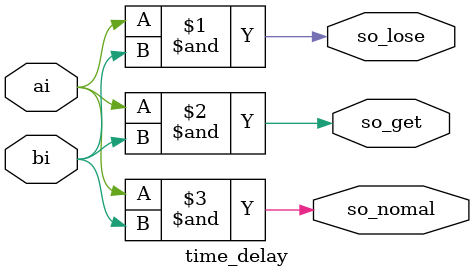
<source format=v>
module time_delay(ai,bi,so_nomal,so_get,so_lose);
    input ai,bi;    //!输入信号
    output so_nomal,so_get,so_lose; //!输出信号
    assign #20 so_lose = ai & bi;
    assign #5 so_get = ai & bi;
    assign so_nomal = ai & bi;
endmodule
</source>
